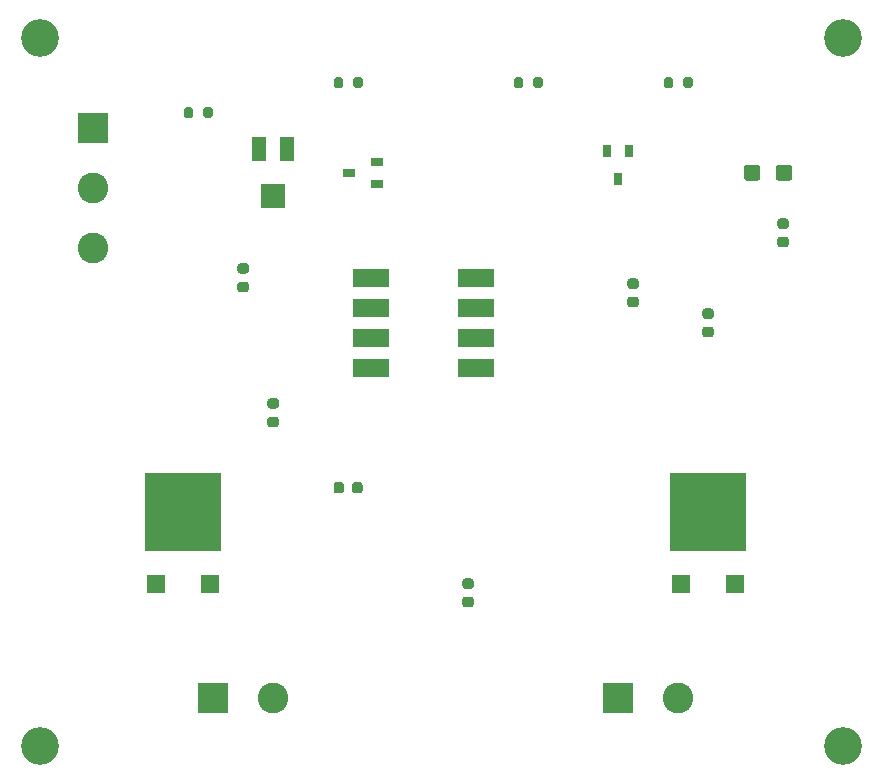
<source format=gbr>
%TF.GenerationSoftware,KiCad,Pcbnew,(5.1.8)-1*%
%TF.CreationDate,2021-06-13T11:57:16+02:00*%
%TF.ProjectId,Assignment3,41737369-676e-46d6-956e-74332e6b6963,rev?*%
%TF.SameCoordinates,Original*%
%TF.FileFunction,Soldermask,Top*%
%TF.FilePolarity,Negative*%
%FSLAX46Y46*%
G04 Gerber Fmt 4.6, Leading zero omitted, Abs format (unit mm)*
G04 Created by KiCad (PCBNEW (5.1.8)-1) date 2021-06-13 11:57:16*
%MOMM*%
%LPD*%
G01*
G04 APERTURE LIST*
%ADD10R,3.100000X1.600000*%
%ADD11R,6.500000X6.700000*%
%ADD12R,1.500000X1.600000*%
%ADD13C,2.600000*%
%ADD14R,2.600000X2.600000*%
%ADD15R,1.300000X2.000000*%
%ADD16R,2.000000X2.000000*%
%ADD17R,0.700000X1.000000*%
%ADD18R,1.000000X0.700000*%
%ADD19C,3.200000*%
G04 APERTURE END LIST*
D10*
%TO.C,IC1*%
X115625000Y-62230000D03*
X106735000Y-69850000D03*
X115625000Y-64770000D03*
X106735000Y-67310000D03*
X115625000Y-67310000D03*
X106735000Y-64770000D03*
X115625000Y-69850000D03*
X106735000Y-62230000D03*
%TD*%
D11*
%TO.C,Q3*%
X90860000Y-82020000D03*
D12*
X93160000Y-88170000D03*
X88560000Y-88170000D03*
%TD*%
D11*
%TO.C,IC2*%
X135310000Y-82020000D03*
D12*
X137610000Y-88170000D03*
X133010000Y-88170000D03*
%TD*%
D13*
%TO.C,Battery1*%
X132770000Y-97790000D03*
D14*
X127690000Y-97790000D03*
%TD*%
%TO.C,R5*%
G36*
G01*
X133195000Y-45995000D02*
X133195000Y-45445000D01*
G75*
G02*
X133395000Y-45245000I200000J0D01*
G01*
X133795000Y-45245000D01*
G75*
G02*
X133995000Y-45445000I0J-200000D01*
G01*
X133995000Y-45995000D01*
G75*
G02*
X133795000Y-46195000I-200000J0D01*
G01*
X133395000Y-46195000D01*
G75*
G02*
X133195000Y-45995000I0J200000D01*
G01*
G37*
G36*
G01*
X131545000Y-45995000D02*
X131545000Y-45445000D01*
G75*
G02*
X131745000Y-45245000I200000J0D01*
G01*
X132145000Y-45245000D01*
G75*
G02*
X132345000Y-45445000I0J-200000D01*
G01*
X132345000Y-45995000D01*
G75*
G02*
X132145000Y-46195000I-200000J0D01*
G01*
X131745000Y-46195000D01*
G75*
G02*
X131545000Y-45995000I0J200000D01*
G01*
G37*
%TD*%
%TO.C,R4*%
G36*
G01*
X120495000Y-45995000D02*
X120495000Y-45445000D01*
G75*
G02*
X120695000Y-45245000I200000J0D01*
G01*
X121095000Y-45245000D01*
G75*
G02*
X121295000Y-45445000I0J-200000D01*
G01*
X121295000Y-45995000D01*
G75*
G02*
X121095000Y-46195000I-200000J0D01*
G01*
X120695000Y-46195000D01*
G75*
G02*
X120495000Y-45995000I0J200000D01*
G01*
G37*
G36*
G01*
X118845000Y-45995000D02*
X118845000Y-45445000D01*
G75*
G02*
X119045000Y-45245000I200000J0D01*
G01*
X119445000Y-45245000D01*
G75*
G02*
X119645000Y-45445000I0J-200000D01*
G01*
X119645000Y-45995000D01*
G75*
G02*
X119445000Y-46195000I-200000J0D01*
G01*
X119045000Y-46195000D01*
G75*
G02*
X118845000Y-45995000I0J200000D01*
G01*
G37*
%TD*%
%TO.C,R3*%
G36*
G01*
X105255000Y-45995000D02*
X105255000Y-45445000D01*
G75*
G02*
X105455000Y-45245000I200000J0D01*
G01*
X105855000Y-45245000D01*
G75*
G02*
X106055000Y-45445000I0J-200000D01*
G01*
X106055000Y-45995000D01*
G75*
G02*
X105855000Y-46195000I-200000J0D01*
G01*
X105455000Y-46195000D01*
G75*
G02*
X105255000Y-45995000I0J200000D01*
G01*
G37*
G36*
G01*
X103605000Y-45995000D02*
X103605000Y-45445000D01*
G75*
G02*
X103805000Y-45245000I200000J0D01*
G01*
X104205000Y-45245000D01*
G75*
G02*
X104405000Y-45445000I0J-200000D01*
G01*
X104405000Y-45995000D01*
G75*
G02*
X104205000Y-46195000I-200000J0D01*
G01*
X103805000Y-46195000D01*
G75*
G02*
X103605000Y-45995000I0J200000D01*
G01*
G37*
%TD*%
%TO.C,R2*%
G36*
G01*
X92555000Y-48535000D02*
X92555000Y-47985000D01*
G75*
G02*
X92755000Y-47785000I200000J0D01*
G01*
X93155000Y-47785000D01*
G75*
G02*
X93355000Y-47985000I0J-200000D01*
G01*
X93355000Y-48535000D01*
G75*
G02*
X93155000Y-48735000I-200000J0D01*
G01*
X92755000Y-48735000D01*
G75*
G02*
X92555000Y-48535000I0J200000D01*
G01*
G37*
G36*
G01*
X90905000Y-48535000D02*
X90905000Y-47985000D01*
G75*
G02*
X91105000Y-47785000I200000J0D01*
G01*
X91505000Y-47785000D01*
G75*
G02*
X91705000Y-47985000I0J-200000D01*
G01*
X91705000Y-48535000D01*
G75*
G02*
X91505000Y-48735000I-200000J0D01*
G01*
X91105000Y-48735000D01*
G75*
G02*
X90905000Y-48535000I0J200000D01*
G01*
G37*
%TD*%
D15*
%TO.C,R1*%
X97330000Y-51340000D03*
D16*
X98480000Y-55340000D03*
D15*
X99630000Y-51340000D03*
%TD*%
D17*
%TO.C,Q2*%
X127690000Y-53905000D03*
X126740000Y-51505000D03*
X128640000Y-51505000D03*
%TD*%
D18*
%TO.C,Q1*%
X104900000Y-53340000D03*
X107300000Y-52390000D03*
X107300000Y-54290000D03*
%TD*%
%TO.C,D3*%
G36*
G01*
X105180000Y-80266250D02*
X105180000Y-79753750D01*
G75*
G02*
X105398750Y-79535000I218750J0D01*
G01*
X105836250Y-79535000D01*
G75*
G02*
X106055000Y-79753750I0J-218750D01*
G01*
X106055000Y-80266250D01*
G75*
G02*
X105836250Y-80485000I-218750J0D01*
G01*
X105398750Y-80485000D01*
G75*
G02*
X105180000Y-80266250I0J218750D01*
G01*
G37*
G36*
G01*
X103605000Y-80266250D02*
X103605000Y-79753750D01*
G75*
G02*
X103823750Y-79535000I218750J0D01*
G01*
X104261250Y-79535000D01*
G75*
G02*
X104480000Y-79753750I0J-218750D01*
G01*
X104480000Y-80266250D01*
G75*
G02*
X104261250Y-80485000I-218750J0D01*
G01*
X103823750Y-80485000D01*
G75*
G02*
X103605000Y-80266250I0J218750D01*
G01*
G37*
%TD*%
%TO.C,D2*%
G36*
G01*
X95683750Y-62580000D02*
X96196250Y-62580000D01*
G75*
G02*
X96415000Y-62798750I0J-218750D01*
G01*
X96415000Y-63236250D01*
G75*
G02*
X96196250Y-63455000I-218750J0D01*
G01*
X95683750Y-63455000D01*
G75*
G02*
X95465000Y-63236250I0J218750D01*
G01*
X95465000Y-62798750D01*
G75*
G02*
X95683750Y-62580000I218750J0D01*
G01*
G37*
G36*
G01*
X95683750Y-61005000D02*
X96196250Y-61005000D01*
G75*
G02*
X96415000Y-61223750I0J-218750D01*
G01*
X96415000Y-61661250D01*
G75*
G02*
X96196250Y-61880000I-218750J0D01*
G01*
X95683750Y-61880000D01*
G75*
G02*
X95465000Y-61661250I0J218750D01*
G01*
X95465000Y-61223750D01*
G75*
G02*
X95683750Y-61005000I218750J0D01*
G01*
G37*
%TD*%
%TO.C,D1*%
G36*
G01*
X98223750Y-74010000D02*
X98736250Y-74010000D01*
G75*
G02*
X98955000Y-74228750I0J-218750D01*
G01*
X98955000Y-74666250D01*
G75*
G02*
X98736250Y-74885000I-218750J0D01*
G01*
X98223750Y-74885000D01*
G75*
G02*
X98005000Y-74666250I0J218750D01*
G01*
X98005000Y-74228750D01*
G75*
G02*
X98223750Y-74010000I218750J0D01*
G01*
G37*
G36*
G01*
X98223750Y-72435000D02*
X98736250Y-72435000D01*
G75*
G02*
X98955000Y-72653750I0J-218750D01*
G01*
X98955000Y-73091250D01*
G75*
G02*
X98736250Y-73310000I-218750J0D01*
G01*
X98223750Y-73310000D01*
G75*
G02*
X98005000Y-73091250I0J218750D01*
G01*
X98005000Y-72653750D01*
G75*
G02*
X98223750Y-72435000I218750J0D01*
G01*
G37*
%TD*%
%TO.C,C5*%
G36*
G01*
X115240000Y-88575000D02*
X114740000Y-88575000D01*
G75*
G02*
X114515000Y-88350000I0J225000D01*
G01*
X114515000Y-87900000D01*
G75*
G02*
X114740000Y-87675000I225000J0D01*
G01*
X115240000Y-87675000D01*
G75*
G02*
X115465000Y-87900000I0J-225000D01*
G01*
X115465000Y-88350000D01*
G75*
G02*
X115240000Y-88575000I-225000J0D01*
G01*
G37*
G36*
G01*
X115240000Y-90125000D02*
X114740000Y-90125000D01*
G75*
G02*
X114515000Y-89900000I0J225000D01*
G01*
X114515000Y-89450000D01*
G75*
G02*
X114740000Y-89225000I225000J0D01*
G01*
X115240000Y-89225000D01*
G75*
G02*
X115465000Y-89450000I0J-225000D01*
G01*
X115465000Y-89900000D01*
G75*
G02*
X115240000Y-90125000I-225000J0D01*
G01*
G37*
%TD*%
%TO.C,C4*%
G36*
G01*
X139740000Y-52914999D02*
X139740000Y-53765001D01*
G75*
G02*
X139490001Y-54015000I-249999J0D01*
G01*
X138589999Y-54015000D01*
G75*
G02*
X138340000Y-53765001I0J249999D01*
G01*
X138340000Y-52914999D01*
G75*
G02*
X138589999Y-52665000I249999J0D01*
G01*
X139490001Y-52665000D01*
G75*
G02*
X139740000Y-52914999I0J-249999D01*
G01*
G37*
G36*
G01*
X142440000Y-52914999D02*
X142440000Y-53765001D01*
G75*
G02*
X142190001Y-54015000I-249999J0D01*
G01*
X141289999Y-54015000D01*
G75*
G02*
X141040000Y-53765001I0J249999D01*
G01*
X141040000Y-52914999D01*
G75*
G02*
X141289999Y-52665000I249999J0D01*
G01*
X142190001Y-52665000D01*
G75*
G02*
X142440000Y-52914999I0J-249999D01*
G01*
G37*
%TD*%
%TO.C,C3*%
G36*
G01*
X135560000Y-65715000D02*
X135060000Y-65715000D01*
G75*
G02*
X134835000Y-65490000I0J225000D01*
G01*
X134835000Y-65040000D01*
G75*
G02*
X135060000Y-64815000I225000J0D01*
G01*
X135560000Y-64815000D01*
G75*
G02*
X135785000Y-65040000I0J-225000D01*
G01*
X135785000Y-65490000D01*
G75*
G02*
X135560000Y-65715000I-225000J0D01*
G01*
G37*
G36*
G01*
X135560000Y-67265000D02*
X135060000Y-67265000D01*
G75*
G02*
X134835000Y-67040000I0J225000D01*
G01*
X134835000Y-66590000D01*
G75*
G02*
X135060000Y-66365000I225000J0D01*
G01*
X135560000Y-66365000D01*
G75*
G02*
X135785000Y-66590000I0J-225000D01*
G01*
X135785000Y-67040000D01*
G75*
G02*
X135560000Y-67265000I-225000J0D01*
G01*
G37*
%TD*%
%TO.C,C2*%
G36*
G01*
X128710000Y-63825000D02*
X129210000Y-63825000D01*
G75*
G02*
X129435000Y-64050000I0J-225000D01*
G01*
X129435000Y-64500000D01*
G75*
G02*
X129210000Y-64725000I-225000J0D01*
G01*
X128710000Y-64725000D01*
G75*
G02*
X128485000Y-64500000I0J225000D01*
G01*
X128485000Y-64050000D01*
G75*
G02*
X128710000Y-63825000I225000J0D01*
G01*
G37*
G36*
G01*
X128710000Y-62275000D02*
X129210000Y-62275000D01*
G75*
G02*
X129435000Y-62500000I0J-225000D01*
G01*
X129435000Y-62950000D01*
G75*
G02*
X129210000Y-63175000I-225000J0D01*
G01*
X128710000Y-63175000D01*
G75*
G02*
X128485000Y-62950000I0J225000D01*
G01*
X128485000Y-62500000D01*
G75*
G02*
X128710000Y-62275000I225000J0D01*
G01*
G37*
%TD*%
%TO.C,C1*%
G36*
G01*
X141410000Y-58745000D02*
X141910000Y-58745000D01*
G75*
G02*
X142135000Y-58970000I0J-225000D01*
G01*
X142135000Y-59420000D01*
G75*
G02*
X141910000Y-59645000I-225000J0D01*
G01*
X141410000Y-59645000D01*
G75*
G02*
X141185000Y-59420000I0J225000D01*
G01*
X141185000Y-58970000D01*
G75*
G02*
X141410000Y-58745000I225000J0D01*
G01*
G37*
G36*
G01*
X141410000Y-57195000D02*
X141910000Y-57195000D01*
G75*
G02*
X142135000Y-57420000I0J-225000D01*
G01*
X142135000Y-57870000D01*
G75*
G02*
X141910000Y-58095000I-225000J0D01*
G01*
X141410000Y-58095000D01*
G75*
G02*
X141185000Y-57870000I0J225000D01*
G01*
X141185000Y-57420000D01*
G75*
G02*
X141410000Y-57195000I225000J0D01*
G01*
G37*
%TD*%
D19*
%TO.C,REF\u002A\u002A*%
X146740000Y-101910000D03*
%TD*%
%TO.C,REF\u002A\u002A*%
X78740000Y-101910000D03*
%TD*%
%TO.C,REF\u002A\u002A*%
X146740000Y-41910000D03*
%TD*%
%TO.C,REF\u002A\u002A*%
X78740000Y-41910000D03*
%TD*%
D14*
%TO.C,External_POT1*%
X83240000Y-49530000D03*
D13*
X83240000Y-54610000D03*
X83240000Y-59690000D03*
%TD*%
D14*
%TO.C,Motor1*%
X93400000Y-97790000D03*
D13*
X98480000Y-97790000D03*
%TD*%
M02*

</source>
